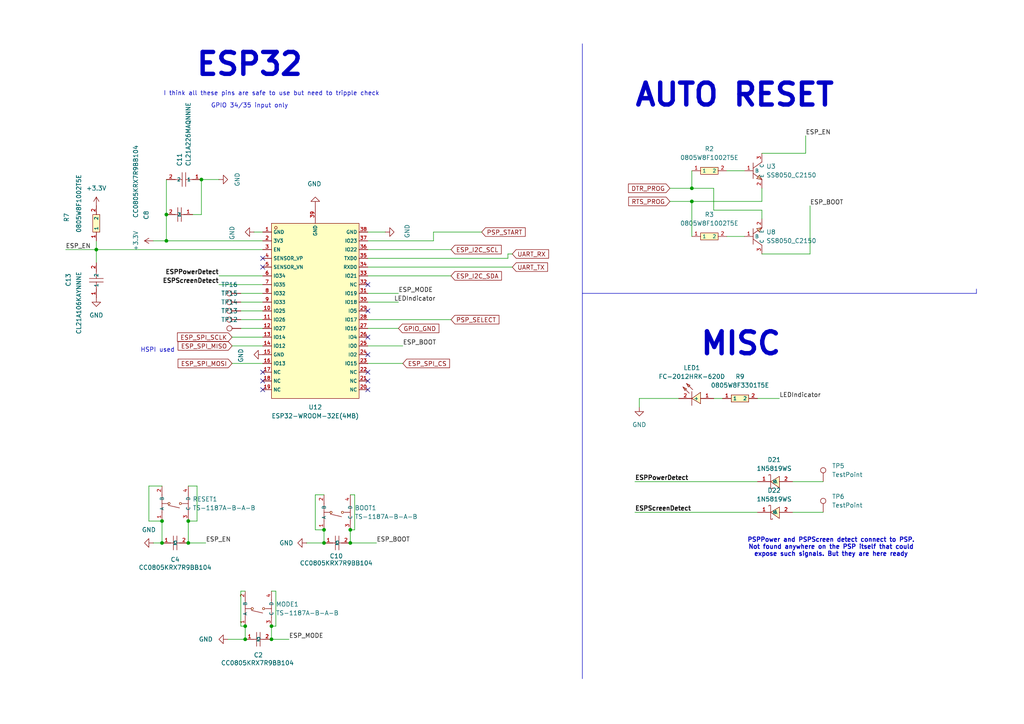
<source format=kicad_sch>
(kicad_sch (version 20231120) (generator "eeschema") (generator_version "8.0")
  (paper "A4")
  (title_block (title "PSP-Bluetooth") (date "2024-07-25") (rev "0.1") (comment 2 "https://github.com/ste2425/PSP-Bluetooth") (comment 4 "UNDER REVIEW - SUBJECT TO CHANGE"))
  (lib_symbols
    (symbol "Connector:TestPoint" (pin_numbers hide) (pin_names (offset 0.762) hide)
      (property "Reference" "TP" (at 0 6.858 0))
      (property "Value" "TestPoint" (at 0 5.08 0))
      (symbol "TestPoint_0_1"
        (circle (center 0 3.302) (radius 0.762))
      )
      (symbol "TestPoint_1_1"
        (pin passive line (at 0 0 90) (length 2.54) (name "1") (number "1"))
      )
    )
    (symbol "JLCPCB_schematic:0402WGF1002TCE"
      (property "Reference" "R" (at 0 1.27 0))
      (property "Value" "0402WGF1002TCE" (at 0 -2.54 0))
      (symbol "0402WGF1002TCE_0_1"
        (rectangle (start -2.54 1.016) (end 2.54 -1.016) (fill (type background)))
        (pin input line (at -5.08 0 0) (length 2.54) (name "1") (number "1"))
        (pin input line (at 5.08 0 180) (length 2.54) (name "2") (number "2"))
      )
    )
    (symbol "JLCPCB_schematic:0805W8F1002T5E"
      (property "Reference" "R" (at 0 1.27 0))
      (property "Value" "0805W8F1002T5E" (at 0 -2.54 0))
      (symbol "0805W8F1002T5E_0_1"
        (rectangle (start -2.54 1.016) (end 2.54 -1.016) (fill (type background)))
        (pin input line (at -5.08 0 0) (length 2.54) (name "1") (number "1"))
        (pin input line (at 5.08 0 180) (length 2.54) (name "2") (number "2"))
      )
    )
    (symbol "JLCPCB_schematic:0805W8F3301T5E"
      (property "Reference" "R" (at 0 1.27 0))
      (property "Value" "0805W8F3301T5E" (at 0 -2.54 0))
      (symbol "0805W8F3301T5E_0_1"
        (rectangle (start -2.54 1.016) (end 2.54 -1.016) (fill (type background)))
        (pin input line (at -5.08 0 0) (length 2.54) (name "1") (number "1"))
        (pin input line (at 5.08 0 180) (length 2.54) (name "2") (number "2"))
      )
    )
    (symbol "JLCPCB_schematic:1N5819WS"
      (property "Reference" "D" (at 0 1.27 0))
      (property "Value" "1N5819WS" (at 0 -2.54 0))
      (symbol "1N5819WS_0_1"
        (polyline (pts (xy -1.27 0) (xy -1.27 -2.032) (xy -0.762 -2.032) (xy -0.762 -1.778)))
        (polyline (pts (xy -1.27 0) (xy -1.27 2.032) (xy -1.778 2.032) (xy -1.778 1.778)))
        (polyline (pts (xy 1.27 1.524) (xy -1.27 0) (xy 1.27 -1.778) (xy 1.27 1.524)) (fill (type background)))
        (pin unspecified line (at -5.08 0 0) (length 3.81) (name "K") (number "1"))
        (pin unspecified line (at 5.08 0 180) (length 3.81) (name "A") (number "2"))
      )
    )
    (symbol "JLCPCB_schematic:CC0805KRX7R9BB104"
      (property "Reference" "C" (at 0 1.27 0))
      (property "Value" "CC0805KRX7R9BB104" (at 0 -2.54 0))
      (symbol "CC0805KRX7R9BB104_0_1"
        (polyline (pts (xy -1.27 0) (xy -0.508 0)))
        (polyline (pts (xy -0.508 2.032) (xy -0.508 -2.032)))
        (polyline (pts (xy 0.508 0) (xy 1.27 0)))
        (polyline (pts (xy 0.508 2.032) (xy 0.508 -2.032)))
        (pin input line (at -3.81 0 0) (length 2.54) (name "1") (number "1"))
        (pin input line (at 3.81 0 180) (length 2.54) (name "2") (number "2"))
      )
    )
    (symbol "JLCPCB_schematic:CL21A106KAYNNNE"
      (property "Reference" "C" (at 0 1.27 0))
      (property "Value" "CL21A106KAYNNNE" (at 0 -2.54 0))
      (symbol "CL21A106KAYNNNE_0_1"
        (polyline (pts (xy -0.508 -2.032) (xy -0.508 2.032)))
        (polyline (pts (xy -0.508 0) (xy -2.54 0)))
        (polyline (pts (xy 0.508 2.032) (xy 0.508 -2.032)))
        (polyline (pts (xy 2.54 0) (xy 0.508 0)))
        (pin unspecified line (at -5.08 0 0) (length 2.54) (name "1") (number "1"))
        (pin unspecified line (at 5.08 0 180) (length 2.54) (name "2") (number "2"))
      )
    )
    (symbol "JLCPCB_schematic:CL21A226MAQNNNE"
      (property "Reference" "C" (at 0 1.27 0))
      (property "Value" "CL21A226MAQNNNE" (at 0 -2.54 0))
      (symbol "CL21A226MAQNNNE_0_1"
        (polyline (pts (xy -0.508 -2.032) (xy -0.508 2.032)))
        (polyline (pts (xy -0.508 0) (xy -2.54 0)))
        (polyline (pts (xy 0.508 2.032) (xy 0.508 -2.032)))
        (polyline (pts (xy 2.54 0) (xy 0.508 0)))
        (pin unspecified line (at -5.08 0 0) (length 2.54) (name "1") (number "1"))
        (pin unspecified line (at 5.08 0 180) (length 2.54) (name "2") (number "2"))
      )
    )
    (symbol "JLCPCB_schematic:ESP32-WROOM-32E(4MB)"
      (property "Reference" "U" (at 0 1.27 0))
      (property "Value" "ESP32-WROOM-32E(4MB)" (at 0 -2.54 0))
      (symbol "ESP32-WROOM-32E(4MB)_0_1"
        (rectangle (start -12.7 25.4001) (end 12.7 -25.4001) (fill (type background)))
        (circle (center -11.43 24.13) (radius 0.381) (fill (type background)))
        (pin unspecified line (at -15.24 22.86 0) (length 2.54) (name "GND") (number "1"))
        (pin unspecified line (at -15.24 0 0) (length 2.54) (name "IO25") (number "10"))
        (pin unspecified line (at -15.24 -2.54 0) (length 2.54) (name "IO26") (number "11"))
        (pin unspecified line (at -15.24 -5.08 0) (length 2.54) (name "IO27") (number "12"))
        (pin unspecified line (at -15.24 -7.62 0) (length 2.54) (name "IO14") (number "13"))
        (pin unspecified line (at -15.24 -10.16 0) (length 2.54) (name "IO12") (number "14"))
        (pin unspecified line (at -15.24 -12.7 0) (length 2.54) (name "GND") (number "15"))
        (pin unspecified line (at -15.24 -15.24 0) (length 2.54) (name "IO13") (number "16"))
        (pin unspecified line (at -15.24 -17.78 0) (length 2.54) (name "NC") (number "17"))
        (pin unspecified line (at -15.24 -20.32 0) (length 2.54) (name "NC") (number "18"))
        (pin unspecified line (at -15.24 -22.86 0) (length 2.54) (name "NC") (number "19"))
        (pin unspecified line (at -15.24 20.32 0) (length 2.54) (name "3V3") (number "2"))
        (pin unspecified line (at 15.24 -22.86 180) (length 2.54) (name "NC") (number "20"))
        (pin unspecified line (at 15.24 -20.32 180) (length 2.54) (name "NC") (number "21"))
        (pin unspecified line (at 15.24 -17.78 180) (length 2.54) (name "NC") (number "22"))
        (pin unspecified line (at 15.24 -15.24 180) (length 2.54) (name "IO15") (number "23"))
        (pin unspecified line (at 15.24 -12.7 180) (length 2.54) (name "IO2") (number "24"))
        (pin unspecified line (at 15.24 -10.16 180) (length 2.54) (name "IO0") (number "25"))
        (pin unspecified line (at 15.24 -7.62 180) (length 2.54) (name "IO4") (number "26"))
        (pin unspecified line (at 15.24 -5.08 180) (length 2.54) (name "IO16") (number "27"))
        (pin unspecified line (at 15.24 -2.54 180) (length 2.54) (name "IO17") (number "28"))
        (pin unspecified line (at 15.24 0 180) (length 2.54) (name "IO5") (number "29"))
        (pin unspecified line (at -15.24 17.78 0) (length 2.54) (name "EN") (number "3"))
        (pin unspecified line (at 15.24 2.54 180) (length 2.54) (name "IO18") (number "30"))
        (pin unspecified line (at 15.24 5.08 180) (length 2.54) (name "IO19") (number "31"))
        (pin unspecified line (at 15.24 7.62 180) (length 2.54) (name "NC") (number "32"))
        (pin unspecified line (at 15.24 10.16 180) (length 2.54) (name "IO21") (number "33"))
        (pin unspecified line (at 15.24 12.7 180) (length 2.54) (name "RXD0") (number "34"))
        (pin unspecified line (at 15.24 15.24 180) (length 2.54) (name "TXD0") (number "35"))
        (pin unspecified line (at 15.24 17.78 180) (length 2.54) (name "IO22") (number "36"))
        (pin unspecified line (at 15.24 20.32 180) (length 2.54) (name "IO23") (number "37"))
        (pin unspecified line (at 15.24 22.86 180) (length 2.54) (name "GND") (number "38"))
        (pin unspecified line (at 0 30.48 270) (length 5.08) (name "GND") (number "39"))
        (pin unspecified line (at -15.24 15.24 0) (length 2.54) (name "SENSOR_VP") (number "4"))
        (pin unspecified line (at -15.24 12.7 0) (length 2.54) (name "SENSOR_VN") (number "5"))
        (pin unspecified line (at -15.24 10.16 0) (length 2.54) (name "IO34") (number "6"))
        (pin unspecified line (at -15.24 7.62 0) (length 2.54) (name "IO35") (number "7"))
        (pin unspecified line (at -15.24 5.08 0) (length 2.54) (name "IO32") (number "8"))
        (pin unspecified line (at -15.24 2.54 0) (length 2.54) (name "IO33") (number "9"))
      )
    )
    (symbol "JLCPCB_schematic:FC-2012HRK-620D"
      (property "Reference" "LED" (at 0 1.27 0))
      (property "Value" "FC-2012HRK-620D" (at 0 -2.54 0))
      (symbol "FC-2012HRK-620D_0_1"
        (polyline (pts (xy -2.032 1.524) (xy -3.81 3.302)))
        (polyline (pts (xy -1.27 2.032) (xy -1.27 -2.032)))
        (polyline (pts (xy -1.016 2.54) (xy -2.794 4.318)))
        (polyline (pts (xy -3.81 3.302) (xy -2.794 2.794) (xy -3.302 2.286) (xy -3.81 3.302)) (fill (type background)))
        (polyline (pts (xy -2.794 4.318) (xy -1.778 3.81) (xy -2.286 3.302) (xy -2.794 4.318)) (fill (type background)))
        (polyline (pts (xy 1.27 -1.524) (xy -1.27 0) (xy 1.27 1.778) (xy 1.27 -1.524)) (fill (type background)))
        (pin unspecified line (at 5.08 0 180) (length 3.81) (name "+") (number "1"))
        (pin unspecified line (at -5.08 0 0) (length 3.81) (name "-") (number "2"))
      )
    )
    (symbol "JLCPCB_schematic:SS8050_C2150"
      (property "Reference" "U" (at 0 1.27 0))
      (property "Value" "SS8050_C2150" (at 0 -2.54 0))
      (symbol "SS8050_C2150_0_1"
        (polyline (pts (xy -2.54 -0.762) (xy 0 -2.54)))
        (polyline (pts (xy -2.54 2.286) (xy -2.54 -2.286)))
        (polyline (pts (xy 0 2.54) (xy -2.54 0.762)))
        (polyline (pts (xy 0 -2.54) (xy -0.762 -1.27) (xy -1.524 -2.286) (xy 0 -2.54)) (fill (type background)))
        (pin unspecified line (at -5.08 0 0) (length 2.54) (name "B") (number "1"))
        (pin unspecified line (at 0 -5.08 90) (length 2.54) (name "E") (number "2"))
        (pin unspecified line (at 0 5.08 270) (length 2.54) (name "C") (number "3"))
      )
    )
    (symbol "JLCPCB_schematic:TS-1187A-B-A-B"
      (property "Reference" "U" (at 0 1.27 0))
      (property "Value" "TS-1187A-B-A-B" (at 0 -2.54 0))
      (symbol "TS-1187A-B-A-B_0_1"
        (circle (center 0 -2.794) (radius 0.3175) (fill (type background)))
        (polyline (pts (xy -2.54 -5.08) (xy 2.54 -5.08)))
        (polyline (pts (xy -2.54 2.54) (xy 2.54 2.54)))
        (polyline (pts (xy -0.508 0.762) (xy -1.27 -2.54)))
        (polyline (pts (xy 0 -3.302) (xy 0 -5.08)))
        (polyline (pts (xy 0 0.762) (xy 0 2.54)))
        (circle (center 0 0.508) (radius 0.3175) (fill (type background)))
        (pin unspecified line (at -5.08 2.54 0) (length 2.54) (name "A") (number "1"))
        (pin unspecified line (at 5.08 2.54 180) (length 2.54) (name "B") (number "2"))
        (pin unspecified line (at -5.08 -5.08 0) (length 2.54) (name "C") (number "3"))
        (pin unspecified line (at 5.08 -5.08 180) (length 2.54) (name "D") (number "4"))
      )
    )
    (symbol "power:+3.3V" (power) (pin_numbers hide) (pin_names (offset 0) hide)
      (property "Value" "+3.3V" (at 0 3.556 0))
      (symbol "+3.3V_0_1"
        (polyline (pts (xy -0.762 1.27) (xy 0 2.54)))
        (polyline (pts (xy 0 0) (xy 0 2.54)))
        (polyline (pts (xy 0 2.54) (xy 0.762 1.27)))
      )
      (symbol "+3.3V_1_1"
        (pin power_in line (at 0 0 90) (length 0) (name "~") (number "1"))
      )
    )
    (symbol "power:GND" (power) (pin_numbers hide) (pin_names (offset 0) hide)
      (property "Value" "GND" (at 0 -3.81 0))
      (symbol "GND_0_1"
        (polyline (pts (xy 0 0) (xy 0 -1.27) (xy 1.27 -1.27) (xy 0 -2.54) (xy -1.27 -1.27) (xy 0 -1.27)))
      )
      (symbol "GND_1_1"
        (pin power_in line (at 0 0 270) (length 0) (name "~") (number "1"))
      )
    )
  )
  (junction (at 101.6 157.48))
  (junction (at 54.61 151.13))
  (junction (at 48.26 62.23))
  (junction (at 200.66 54.61))
  (junction (at 48.26 69.85))
  (junction (at 200.66 58.42))
  (junction (at 27.94 72.39))
  (junction (at 46.99 157.48))
  (junction (at 93.98 153.67))
  (junction (at 78.74 181.61))
  (junction (at 71.12 185.42))
  (junction (at 46.99 151.13))
  (junction (at 71.12 181.61))
  (junction (at 54.61 157.48))
  (junction (at 93.98 157.48))
  (junction (at 58.42 52.07))
  (junction (at 78.74 185.42))
  (junction (at 101.6 153.67))
  (no_connect (at 106.68 107.95))
  (no_connect (at 106.68 113.03))
  (no_connect (at 106.68 110.49))
  (no_connect (at 76.2 107.95))
  (no_connect (at 76.2 74.93))
  (no_connect (at 106.68 90.17))
  (no_connect (at 76.2 110.49))
  (no_connect (at 76.2 113.03))
  (no_connect (at 106.68 82.55))
  (no_connect (at 106.68 102.87))
  (no_connect (at 76.2 77.47))
  (no_connect (at 106.68 97.79))
  (wire (pts (xy 106.68 100.33) (xy 116.84 100.33)))
  (wire (pts (xy 80.01 181.61) (xy 78.74 181.61)))
  (wire (pts (xy 54.61 151.13) (xy 54.61 157.48)))
  (wire (pts (xy 196.85 115.57) (xy 185.42 115.57)))
  (wire (pts (xy 46.99 140.97) (xy 43.18 140.97)))
  (wire (pts (xy 220.98 58.42) (xy 220.98 54.61)))
  (wire (pts (xy 27.94 72.39) (xy 76.2 72.39)))
  (wire (pts (xy 58.42 52.07) (xy 58.42 62.23)))
  (wire (pts (xy 43.18 140.97) (xy 43.18 151.13)))
  (wire (pts (xy 71.12 181.61) (xy 71.12 185.42)))
  (wire (pts (xy 106.68 67.31) (xy 111.76 67.31)))
  (wire (pts (xy 63.5 82.55) (xy 76.2 82.55)))
  (wire (pts (xy 101.6 153.67) (xy 101.6 157.48)))
  (wire (pts (xy 91.44 153.67) (xy 93.98 153.67)))
  (wire (pts (xy 80.01 171.45) (xy 80.01 181.61)))
  (wire (pts (xy 185.42 115.57) (xy 185.42 118.11)))
  (polyline (pts (xy 168.91 85.09) (xy 283.21 85.09)))
  (wire (pts (xy 44.45 69.85) (xy 48.26 69.85)))
  (wire (pts (xy 210.82 49.53) (xy 215.9 49.53)))
  (wire (pts (xy 207.01 54.61) (xy 207.01 60.96)))
  (wire (pts (xy 220.98 44.45) (xy 233.68 44.45)))
  (wire (pts (xy 106.68 95.25) (xy 115.57 95.25)))
  (wire (pts (xy 67.31 100.33) (xy 76.2 100.33)))
  (wire (pts (xy 27.94 69.85) (xy 27.94 72.39)))
  (wire (pts (xy 200.66 54.61) (xy 207.01 54.61)))
  (wire (pts (xy 106.68 105.41) (xy 116.84 105.41)))
  (wire (pts (xy 207.01 60.96) (xy 220.98 60.96)))
  (wire (pts (xy 106.68 72.39) (xy 130.81 72.39)))
  (wire (pts (xy 106.68 85.09) (xy 115.57 85.09)))
  (wire (pts (xy 194.31 54.61) (xy 200.66 54.61)))
  (wire (pts (xy 69.85 181.61) (xy 71.12 181.61)))
  (wire (pts (xy 102.87 153.67) (xy 101.6 153.67)))
  (wire (pts (xy 78.74 181.61) (xy 78.74 185.42)))
  (wire (pts (xy 46.99 151.13) (xy 46.99 157.48)))
  (wire (pts (xy 76.2 69.85) (xy 48.26 69.85)))
  (wire (pts (xy 67.31 97.79) (xy 76.2 97.79)))
  (wire (pts (xy 101.6 143.51) (xy 102.87 143.51)))
  (wire (pts (xy 44.45 157.48) (xy 46.99 157.48)))
  (polyline (pts (xy 168.91 12.7) (xy 168.91 196.85)))
  (wire (pts (xy 220.98 73.66) (xy 234.95 73.66)))
  (wire (pts (xy 69.85 95.25) (xy 76.2 95.25)))
  (wire (pts (xy 48.26 62.23) (xy 48.26 52.07)))
  (wire (pts (xy 69.85 90.17) (xy 76.2 90.17)))
  (wire (pts (xy 73.66 67.31) (xy 76.2 67.31)))
  (polyline (pts (xy 283.21 83.82) (xy 283.21 85.09)))
  (wire (pts (xy 106.68 77.47) (xy 148.59 77.47)))
  (wire (pts (xy 106.68 92.71) (xy 130.81 92.71)))
  (wire (pts (xy 194.31 58.42) (xy 200.66 58.42)))
  (wire (pts (xy 148.59 73.66) (xy 147.32 73.66)))
  (wire (pts (xy 69.85 171.45) (xy 69.85 181.61)))
  (wire (pts (xy 43.18 151.13) (xy 46.99 151.13)))
  (wire (pts (xy 184.15 139.7) (xy 219.71 139.7)))
  (wire (pts (xy 57.15 140.97) (xy 57.15 151.13)))
  (wire (pts (xy 59.69 157.48) (xy 54.61 157.48)))
  (wire (pts (xy 69.85 85.09) (xy 76.2 85.09)))
  (wire (pts (xy 184.15 148.59) (xy 219.71 148.59)))
  (wire (pts (xy 63.5 80.01) (xy 76.2 80.01)))
  (wire (pts (xy 210.82 68.58) (xy 215.9 68.58)))
  (wire (pts (xy 106.68 87.63) (xy 115.57 87.63)))
  (wire (pts (xy 91.44 143.51) (xy 91.44 153.67)))
  (wire (pts (xy 19.05 72.39) (xy 27.94 72.39)))
  (wire (pts (xy 54.61 140.97) (xy 57.15 140.97)))
  (wire (pts (xy 233.68 44.45) (xy 233.68 39.37)))
  (wire (pts (xy 101.6 157.48) (xy 109.22 157.48)))
  (wire (pts (xy 63.5 52.07) (xy 58.42 52.07)))
  (wire (pts (xy 93.98 143.51) (xy 91.44 143.51)))
  (wire (pts (xy 55.88 62.23) (xy 58.42 62.23)))
  (wire (pts (xy 66.04 185.42) (xy 71.12 185.42)))
  (wire (pts (xy 106.68 74.93) (xy 147.32 74.93)))
  (wire (pts (xy 229.87 148.59) (xy 238.76 148.59)))
  (wire (pts (xy 200.66 58.42) (xy 220.98 58.42)))
  (wire (pts (xy 220.98 60.96) (xy 220.98 63.5)))
  (wire (pts (xy 71.12 171.45) (xy 69.85 171.45)))
  (wire (pts (xy 200.66 54.61) (xy 200.66 49.53)))
  (wire (pts (xy 125.73 67.31) (xy 125.73 69.85)))
  (wire (pts (xy 106.68 80.01) (xy 130.81 80.01)))
  (wire (pts (xy 229.87 139.7) (xy 238.76 139.7)))
  (wire (pts (xy 125.73 69.85) (xy 106.68 69.85)))
  (wire (pts (xy 48.26 62.23) (xy 48.26 69.85)))
  (wire (pts (xy 78.74 171.45) (xy 80.01 171.45)))
  (wire (pts (xy 200.66 58.42) (xy 200.66 68.58)))
  (wire (pts (xy 147.32 73.66) (xy 147.32 74.93)))
  (wire (pts (xy 27.94 72.39) (xy 27.94 76.2)))
  (wire (pts (xy 219.71 115.57) (xy 226.06 115.57)))
  (wire (pts (xy 67.31 105.41) (xy 76.2 105.41)))
  (wire (pts (xy 207.01 115.57) (xy 209.55 115.57)))
  (wire (pts (xy 69.85 92.71) (xy 76.2 92.71)))
  (wire (pts (xy 125.73 67.31) (xy 139.7 67.31)))
  (wire (pts (xy 93.98 153.67) (xy 93.98 157.48)))
  (wire (pts (xy 69.85 87.63) (xy 76.2 87.63)))
  (wire (pts (xy 102.87 143.51) (xy 102.87 153.67)))
  (wire (pts (xy 57.15 151.13) (xy 54.61 151.13)))
  (wire (pts (xy 83.82 185.42) (xy 78.74 185.42)))
  (wire (pts (xy 234.95 73.66) (xy 234.95 59.69)))
  (wire (pts (xy 88.9 157.48) (xy 93.98 157.48)))
  (text "ESP32" (at 72.39 18.796 0) (effects (font (size 6.35 6.35) (thickness 1.27) (bold yes))))
  (text "HSPI used" (at 45.72 101.6 0) (effects (font (size 1.27 1.27))))
  (text "PSPPower and PSPScreen detect connect to PSP.\nNot found anywhere on the PSP itself that could\nexpose such signals. But they are here ready" (at 241.046 158.75 0) (effects (font (size 1.27 1.27) (bold yes))))
  (text "AUTO RESET" (at 213.106 27.686 0) (effects (font (size 6.35 6.35) (thickness 1.27) (bold yes))))
  (text "I think all these pins are safe to use but need to tripple check" (at 78.74 27.178 0) (effects (font (size 1.27 1.27))))
  (text "GPIO 34/35 input only" (at 72.39 30.734 0) (effects (font (size 1.27 1.27))))
  (text "MISC" (at 214.884 99.822 0) (effects (font (size 6.35 6.35) (bold yes))))
  (label "ESP_BOOT" (at 116.84 100.33 0))
  (label "ESPScreenDetect" (at 184.15 148.59 0) (effects (font (bold yes))))
  (label "ESPPowerDetect" (at 63.5 80.01 180) (effects (font (bold yes))))
  (label "ESP_EN" (at 59.69 157.48 0))
  (label "ESP_EN" (at 19.05 72.39 0))
  (label "ESP_BOOT" (at 234.95 59.69 0))
  (label "ESPPowerDetect" (at 184.15 139.7 0) (effects (font (bold yes))))
  (label "ESP_EN" (at 233.68 39.37 0))
  (label "ESP_BOOT" (at 109.22 157.48 0))
  (label "LEDIndicator" (at 114.3 87.63 0))
  (label "ESP_MODE" (at 83.82 185.42 0))
  (label "ESP_MODE" (at 115.57 85.09 0))
  (label "LEDIndicator" (at 226.06 115.57 0))
  (label "ESPScreenDetect" (at 63.5 82.55 180) (effects (font (bold yes))))
  (global_label "DTR_PROG" (shape input) (at 194.31 54.61 180) (property "Intersheetrefs" "${INTERSHEET_REFS}" (effects (hide yes))))
  (global_label "GPIO_GND" (shape input) (at 115.57 95.25 0) (property "Intersheetrefs" "${INTERSHEET_REFS}" (effects (hide yes))))
  (global_label "ESP_I2C_SDA" (shape input) (at 130.81 80.01 0) (property "Intersheetrefs" "${INTERSHEET_REFS}" (effects (hide yes))))
  (global_label "ESP_SPI_SCLK" (shape input) (at 67.31 97.79 180) (property "Intersheetrefs" "${INTERSHEET_REFS}" (effects (hide yes))))
  (global_label "ESP_SPI_MOSI" (shape input) (at 67.31 105.41 180) (property "Intersheetrefs" "${INTERSHEET_REFS}" (effects (hide yes))))
  (global_label "UART_TX" (shape input) (at 148.59 77.47 0) (property "Intersheetrefs" "${INTERSHEET_REFS}" (effects (hide yes))))
  (global_label "UART_RX" (shape input) (at 148.59 73.66 0) (property "Intersheetrefs" "${INTERSHEET_REFS}" (effects (hide yes))))
  (global_label "PSP_SELECT" (shape input) (at 130.81 92.71 0) (property "Intersheetrefs" "${INTERSHEET_REFS}" (effects (hide yes))))
  (global_label "PSP_START" (shape input) (at 139.7 67.31 0) (property "Intersheetrefs" "${INTERSHEET_REFS}" (effects (hide yes))))
  (global_label "ESP_I2C_SCL" (shape input) (at 130.81 72.39 0) (property "Intersheetrefs" "${INTERSHEET_REFS}" (effects (hide yes))))
  (global_label "RTS_PROG" (shape input) (at 194.31 58.42 180) (property "Intersheetrefs" "${INTERSHEET_REFS}" (effects (hide yes))))
  (global_label "ESP_SPI_MISO" (shape input) (at 67.31 100.33 180) (property "Intersheetrefs" "${INTERSHEET_REFS}" (effects (hide yes))))
  (global_label "ESP_SPI_CS" (shape input) (at 116.84 105.41 0) (property "Intersheetrefs" "${INTERSHEET_REFS}" (effects (hide yes))))
  (symbol (lib_id "power:GND") (at 66.04 185.42 270) (unit 1)
    (property "Reference" "#PWR05" (effects (hide yes)))
    (property "Value" "GND" (at 59.69 185.42 90))
    (property "Description" "Power symbol creates a global label with name \"GND\" , ground" (effects (hide yes)))
  )
  (symbol (lib_id "power:GND") (at 91.44 59.69 180) (unit 1)
    (property "Reference" "#PWR057" (effects (hide yes)))
    (property "Value" "GND" (at 91.186 53.34 0))
    (property "Description" "Power symbol creates a global label with name \"GND\" , ground" (effects (hide yes)))
  )
  (symbol (lib_id "JLCPCB_schematic:CL21A226MAQNNNE") (at 53.34 52.07 180) (unit 1)
    (property "Reference" "C11" (at 52.0699 48.26 90) (effects (justify right)))
    (property "Value" "CL21A226MAQNNNE" (at 54.6099 48.26 90) (effects (justify right)))
    (property "Footprint" "JLCPCB_footprint:C0805" (effects (hide yes)))
    (property "Datasheet" "https://item.szlcsc.com/373011.html" (effects (hide yes)))
    (property "Description" "22uF" (effects (hide yes)))
    (property "LCSC" "C45783" (effects (hide yes)))
  )
  (symbol (lib_id "JLCPCB_schematic:0805W8F1002T5E") (at 205.74 68.58 0) (unit 1)
    (property "Reference" "R3" (at 205.74 62.23 0))
    (property "Value" "0805W8F1002T5E" (at 205.74 64.77 0))
    (property "Footprint" "JLCPCB_footprint:R0805" (effects (hide yes)))
    (property "Datasheet" "https://item.szlcsc.com/142685.html" (effects (hide yes)))
    (property "Description" "10k" (effects (hide yes)))
    (property "LCSC" "C17414" (effects (hide yes)))
  )
  (symbol (lib_id "JLCPCB_schematic:CC0805KRX7R9BB104") (at 97.79 157.48 0) (unit 1)
    (property "Reference" "C10" (at 97.536 161.29 0))
    (property "Value" "CC0805KRX7R9BB104" (at 97.536 163.322 0))
    (property "Footprint" "JLCPCB_footprint:C0805" (effects (hide yes)))
    (property "Datasheet" "https://item.szlcsc.com/373011.html" (effects (hide yes)))
    (property "Description" ".1uF" (effects (hide yes)))
    (property "LCSC" "C49678" (effects (hide yes)))
  )
  (symbol (lib_id "Connector:TestPoint") (at 69.85 85.09 90) (unit 1)
    (property "Reference" "TP16" (at 66.548 82.55 90))
    (property "Value" "TestPoint" (effects (hide yes)))
    (property "Footprint" "TestPoint:TestPoint_Pad_1.5x1.5mm" (effects (hide yes)))
    (property "Description" "test point" (effects (hide yes)))
  )
  (symbol (lib_id "JLCPCB_schematic:SS8050_C2150") (at 220.98 49.53 0) (unit 1)
    (property "Reference" "U3" (at 222.25 48.2599 0) (effects (justify left)))
    (property "Value" "SS8050_C2150" (at 222.25 50.7999 0) (effects (justify left)))
    (property "Footprint" "JLCPCB_footprint:SOT-23-3_L2.9-W1.3-P1.90-LS2.4-BR" (effects (hide yes)))
    (property "Datasheet" "https://www.diodes.com/assets/Package-Files/SOT23.pdf" (effects (hide yes)))
    (property "Description" "transistor/mosfet things" (effects (hide yes)))
    (property "LCSC" "C2150" (effects (hide yes)))
  )
  (symbol (lib_id "JLCPCB_schematic:1N5819WS") (at 224.79 139.7 0) (unit 1)
    (property "Reference" "D21" (at 224.536 133.35 0))
    (property "Value" "1N5819WS" (at 224.536 135.89 0))
    (property "Footprint" "JLCPCB_footprint:SOD-323_L1.8-W1.3-LS2.5-RD" (effects (hide yes)))
    (property "Datasheet" "https://item.szlcsc.com/295156.html" (effects (hide yes)))
    (property "Description" "shotkey diode" (effects (hide yes)))
    (property "LCSC" "C191023" (effects (hide yes)))
  )
  (symbol (lib_id "power:GND") (at 111.76 67.31 90) (unit 1)
    (property "Reference" "#PWR058" (effects (hide yes)))
    (property "Value" "GND" (at 118.11 67.056 0))
    (property "Description" "Power symbol creates a global label with name \"GND\" , ground" (effects (hide yes)))
  )
  (symbol (lib_id "Connector:TestPoint") (at 69.85 92.71 90) (unit 1)
    (property "Reference" "TP13" (at 66.548 90.17 90))
    (property "Value" "TestPoint" (effects (hide yes)))
    (property "Footprint" "TestPoint:TestPoint_Pad_1.5x1.5mm" (effects (hide yes)))
    (property "Description" "test point" (effects (hide yes)))
  )
  (symbol (lib_id "power:GND") (at 73.66 67.31 270) (unit 1)
    (property "Reference" "#PWR056" (effects (hide yes)))
    (property "Value" "GND" (at 67.31 67.564 0))
    (property "Description" "Power symbol creates a global label with name \"GND\" , ground" (effects (hide yes)))
  )
  (symbol (lib_id "power:GND") (at 88.9 157.48 270) (unit 1)
    (property "Reference" "#PWR06" (effects (hide yes)))
    (property "Value" "GND" (at 83.058 157.48 90))
    (property "Description" "Power symbol creates a global label with name \"GND\" , ground" (effects (hide yes)))
  )
  (symbol (lib_id "JLCPCB_schematic:TS-1187A-B-A-B") (at 49.53 146.05 90) (unit 1)
    (property "Reference" "RESET1" (at 55.88 144.7799 90) (effects (justify right)))
    (property "Value" "TS-1187A-B-A-B" (at 55.88 147.3199 90) (effects (justify right)))
    (property "Footprint" "JLCPCB_footprint:SW-SMD_4P-L5.1-W5.1-P3.70-LS6.5-TL-2" (effects (hide yes)))
    (property "Datasheet" "https://item.szlcsc.com/300285.html" (effects (hide yes)))
    (property "LCSC" "C318884" (effects (hide yes)))
  )
  (symbol (lib_id "Connector:TestPoint") (at 238.76 139.7 0) (unit 1)
    (property "Reference" "TP5" (at 241.3 135.1279 0) (effects (justify left)))
    (property "Value" "TestPoint" (at 241.3 137.6679 0) (effects (justify left)))
    (property "Footprint" "TestPoint:TestPoint_Pad_2.5x2.5mm" (effects (hide yes)))
    (property "Description" "test point" (effects (hide yes)))
  )
  (symbol (lib_id "JLCPCB_schematic:0805W8F3301T5E") (at 214.63 115.57 0) (unit 1)
    (property "Reference" "R9" (at 214.63 109.22 0))
    (property "Value" "0805W8F3301T5E" (at 214.63 111.76 0))
    (property "Footprint" "JLCPCB_footprint:R0805" (effects (hide yes)))
    (property "Datasheet" "https://item.szlcsc.com/142685.html" (effects (hide yes)))
    (property "Description" "3.3K" (effects (hide yes)))
    (property "LCSC" "C26010" (effects (hide yes)))
  )
  (symbol (lib_id "JLCPCB_schematic:TS-1187A-B-A-B") (at 96.52 148.59 90) (unit 1)
    (property "Reference" "BOOT1" (at 102.87 147.3199 90) (effects (justify right)))
    (property "Value" "TS-1187A-B-A-B" (at 102.87 149.8599 90) (effects (justify right)))
    (property "Footprint" "JLCPCB_footprint:SW-SMD_4P-L5.1-W5.1-P3.70-LS6.5-TL-2" (effects (hide yes)))
    (property "Datasheet" "https://item.szlcsc.com/300285.html" (effects (hide yes)))
    (property "Description" "boo" (effects (hide yes)))
    (property "LCSC" "C318884" (effects (hide yes)))
  )
  (symbol (lib_id "power:GND") (at 44.45 157.48 270) (unit 1)
    (property "Reference" "#PWR04" (effects (hide yes)))
    (property "Value" "GND" (at 43.18 153.67 90))
    (property "Description" "Power symbol creates a global label with name \"GND\" , ground" (effects (hide yes)))
  )
  (symbol (lib_id "Connector:TestPoint") (at 238.76 148.59 0) (unit 1)
    (property "Reference" "TP6" (at 241.3 144.0179 0) (effects (justify left)))
    (property "Value" "TestPoint" (at 241.3 146.5579 0) (effects (justify left)))
    (property "Footprint" "TestPoint:TestPoint_Pad_2.5x2.5mm" (effects (hide yes)))
    (property "Description" "test point" (effects (hide yes)))
  )
  (symbol (lib_id "power:+3.3V") (at 27.94 59.69 0) (unit 1)
    (property "Reference" "#PWR059" (effects (hide yes)))
    (property "Value" "+3.3V" (at 27.94 54.61 0))
    (property "Description" "Power symbol creates a global label with name \"+3.3V\"" (effects (hide yes)))
  )
  (symbol (lib_id "JLCPCB_schematic:TS-1187A-B-A-B") (at 73.66 176.53 90) (unit 1)
    (property "Reference" "MODE1" (at 80.01 175.2599 90) (effects (justify right)))
    (property "Value" "TS-1187A-B-A-B" (at 80.01 177.7999 90) (effects (justify right)))
    (property "Footprint" "JLCPCB_footprint:SW-SMD_4P-L5.1-W5.1-P3.70-LS6.5-TL-2" (effects (hide yes)))
    (property "Datasheet" "https://item.szlcsc.com/300285.html" (effects (hide yes)))
    (property "LCSC" "C318884" (effects (hide yes)))
  )
  (symbol (lib_id "power:GND") (at 76.2 102.87 270) (unit 1)
    (property "Reference" "#PWR036" (effects (hide yes)))
    (property "Value" "GND" (at 69.85 103.124 0))
    (property "Description" "Power symbol creates a global label with name \"GND\" , ground" (effects (hide yes)))
  )
  (symbol (lib_id "JLCPCB_schematic:CL21A106KAYNNNE") (at 27.94 81.28 90) (unit 1)
    (property "Reference" "C13" (at 19.812 79.248 0) (effects (justify right)))
    (property "Value" "CL21A106KAYNNNE" (at 22.86 78.74 0) (effects (justify right)))
    (property "Footprint" "JLCPCB_footprint:C0805" (effects (hide yes)))
    (property "Datasheet" "https://item.szlcsc.com/373011.html" (effects (hide yes)))
    (property "Description" "10uF" (effects (hide yes)))
    (property "LCSC" "C15850" (effects (hide yes)))
  )
  (symbol (lib_id "Connector:TestPoint") (at 69.85 87.63 90) (unit 1)
    (property "Reference" "TP15" (at 66.548 85.09 90))
    (property "Value" "TestPoint" (effects (hide yes)))
    (property "Footprint" "TestPoint:TestPoint_Pad_1.5x1.5mm" (effects (hide yes)))
    (property "Description" "test point" (effects (hide yes)))
  )
  (symbol (lib_id "Connector:TestPoint") (at 69.85 95.25 90) (unit 1)
    (property "Reference" "TP12" (at 66.548 92.71 90))
    (property "Value" "TestPoint" (effects (hide yes)))
    (property "Footprint" "TestPoint:TestPoint_Pad_1.5x1.5mm" (effects (hide yes)))
    (property "Description" "test point" (effects (hide yes)))
  )
  (symbol (lib_id "Connector:TestPoint") (at 69.85 90.17 90) (unit 1)
    (property "Reference" "TP14" (at 66.548 87.63 90))
    (property "Value" "TestPoint" (effects (hide yes)))
    (property "Footprint" "TestPoint:TestPoint_Pad_1.5x1.5mm" (effects (hide yes)))
    (property "Description" "test point" (effects (hide yes)))
  )
  (symbol (lib_id "JLCPCB_schematic:0805W8F1002T5E") (at 205.74 49.53 0) (unit 1)
    (property "Reference" "R2" (at 205.74 43.18 0))
    (property "Value" "0805W8F1002T5E" (at 205.74 45.72 0))
    (property "Footprint" "JLCPCB_footprint:R0805" (effects (hide yes)))
    (property "Datasheet" "https://item.szlcsc.com/142685.html" (effects (hide yes)))
    (property "Description" "10k" (effects (hide yes)))
    (property "LCSC" "C17414" (effects (hide yes)))
  )
  (symbol (lib_id "power:+3.3V") (at 44.45 69.85 90) (unit 1)
    (property "Reference" "#PWR034" (effects (hide yes)))
    (property "Value" "+3.3V" (at 39.37 69.85 0))
    (property "Description" "Power symbol creates a global label with name \"+3.3V\"" (effects (hide yes)))
  )
  (symbol (lib_id "JLCPCB_schematic:SS8050_C2150") (at 220.98 68.58 0) (mirror x) (unit 1)
    (property "Reference" "U8" (at 222.25 67.3099 0) (effects (justify left)))
    (property "Value" "SS8050_C2150" (at 222.25 69.8499 0) (effects (justify left)))
    (property "Footprint" "JLCPCB_footprint:SOT-23-3_L2.9-W1.3-P1.90-LS2.4-BR" (effects (hide yes)))
    (property "Datasheet" "https://www.diodes.com/assets/Package-Files/SOT23.pdf" (effects (hide yes)))
    (property "Description" "transistor/mosfet things" (effects (hide yes)))
    (property "LCSC" "C2150" (effects (hide yes)))
  )
  (symbol (lib_id "JLCPCB_schematic:FC-2012HRK-620D") (at 201.93 115.57 0) (unit 1)
    (property "Reference" "LED1" (at 200.66 106.68 0))
    (property "Value" "FC-2012HRK-620D" (at 200.66 109.22 0))
    (property "Footprint" "JLCPCB_footprint:LED0805-R-RD" (effects (hide yes)))
    (property "Datasheet" "https://item.szlcsc.com/88042.html" (effects (hide yes)))
    (property "LCSC" "C84256" (effects (hide yes)))
  )
  (symbol (lib_id "JLCPCB_schematic:CC0805KRX7R9BB104") (at 52.07 62.23 180) (unit 1)
    (property "Reference" "C8" (at 42.418 63.754 90) (effects (justify right)))
    (property "Value" "CC0805KRX7R9BB104" (at 39.37 63.246 90) (effects (justify right)))
    (property "Footprint" "JLCPCB_footprint:C0805" (effects (hide yes)))
    (property "Datasheet" "https://item.szlcsc.com/373011.html" (effects (hide yes)))
    (property "Description" ".1uF" (effects (hide yes)))
    (property "LCSC" "C49678" (effects (hide yes)))
  )
  (symbol (lib_id "JLCPCB_schematic:0402WGF1002TCE") (at 27.94 64.77 90) (unit 1)
    (property "Reference" "R7" (at 19.304 61.722 0) (effects (justify right)))
    (property "Value" "0805W8F1002T5E" (at 22.86 50.546 0) (effects (justify right)))
    (property "Footprint" "JLCPCB_footprint:R0805" (effects (hide yes)))
    (property "Datasheet" "https://jlcpcb.com/partdetail/18102-0805W8F1002T5E/C17414" (effects (hide yes)))
    (property "Description" "10K" (effects (hide yes)))
    (property "LCSC" "C17414" (effects (hide yes)))
  )
  (symbol (lib_id "JLCPCB_schematic:1N5819WS") (at 224.79 148.59 0) (unit 1)
    (property "Reference" "D22" (at 224.536 142.24 0))
    (property "Value" "1N5819WS" (at 224.536 144.78 0))
    (property "Footprint" "JLCPCB_footprint:SOD-323_L1.8-W1.3-LS2.5-RD" (effects (hide yes)))
    (property "Datasheet" "https://item.szlcsc.com/295156.html" (effects (hide yes)))
    (property "Description" "shotkey diode" (effects (hide yes)))
    (property "LCSC" "C191023" (effects (hide yes)))
  )
  (symbol (lib_id "JLCPCB_schematic:CC0805KRX7R9BB104") (at 74.93 185.42 0) (unit 1)
    (property "Reference" "C2" (at 74.93 189.992 0))
    (property "Value" "CC0805KRX7R9BB104" (at 74.676 192.278 0))
    (property "Footprint" "JLCPCB_footprint:C0805" (effects (hide yes)))
    (property "Datasheet" "https://item.szlcsc.com/373011.html" (effects (hide yes)))
    (property "Description" ".1uF" (effects (hide yes)))
    (property "LCSC" "C49678" (effects (hide yes)))
  )
  (symbol (lib_id "JLCPCB_schematic:CC0805KRX7R9BB104") (at 50.8 157.48 0) (unit 1)
    (property "Reference" "C4" (at 50.8 162.306 0))
    (property "Value" "CC0805KRX7R9BB104" (at 50.8 164.592 0))
    (property "Footprint" "JLCPCB_footprint:C0805" (effects (hide yes)))
    (property "Datasheet" "https://item.szlcsc.com/373011.html" (effects (hide yes)))
    (property "Description" ".1uF" (effects (hide yes)))
    (property "LCSC" "C49678" (effects (hide yes)))
  )
  (symbol (lib_id "power:GND") (at 185.42 118.11 0) (unit 1)
    (property "Reference" "#PWR019" (effects (hide yes)))
    (property "Value" "GND" (at 185.42 123.19 0))
    (property "Description" "Power symbol creates a global label with name \"GND\" , ground" (effects (hide yes)))
  )
  (symbol (lib_id "power:GND") (at 27.94 86.36 0) (unit 1)
    (property "Reference" "#PWR060" (effects (hide yes)))
    (property "Value" "GND" (at 27.94 91.44 0))
    (property "Description" "Power symbol creates a global label with name \"GND\" , ground" (effects (hide yes)))
  )
  (symbol (lib_id "power:GND") (at 63.5 52.07 90) (unit 1)
    (property "Reference" "#PWR035" (effects (hide yes)))
    (property "Value" "GND" (at 68.834 52.07 0))
    (property "Description" "Power symbol creates a global label with name \"GND\" , ground" (effects (hide yes)))
  )
  (symbol (lib_id "JLCPCB_schematic:ESP32-WROOM-32E(4MB)") (at 91.44 90.17 0) (unit 1)
    (property "Reference" "U12" (at 91.44 118.11 0))
    (property "Value" "ESP32-WROOM-32E(4MB)" (at 91.44 120.65 0))
    (property "Footprint" "JLCPCB_footprint:WIFI-SMD_ESP32-WROOM-32E" (effects (hide yes)))
    (property "Datasheet" "https://atta.szlcsc.com/upload/public/pdf/source/20220601/0020821B65DE5740BBACA5FACC5CF3B6.pdf" (effects (hide yes)))
    (property "LCSC" "C701341" (effects (hide yes)))
  )
)
</source>
